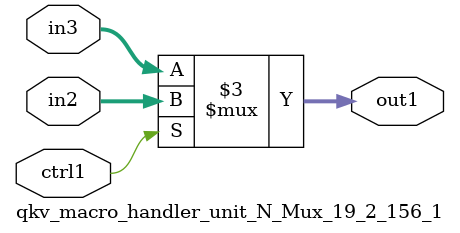
<source format=v>

`timescale 1ps / 1ps


module qkv_macro_handler_unit_N_Mux_19_2_156_1( in3, in2, ctrl1, out1 );

    input [18:0] in3;
    input [18:0] in2;
    input ctrl1;
    output [18:0] out1;
    reg [18:0] out1;

    
    // rtl_process:qkv_macro_handler_unit_N_Mux_19_2_156_1/qkv_macro_handler_unit_N_Mux_19_2_156_1_thread_1
    always @*
      begin : qkv_macro_handler_unit_N_Mux_19_2_156_1_thread_1
        case (ctrl1) 
          1'b1: 
            begin
              out1 = in2;
            end
          default: 
            begin
              out1 = in3;
            end
        endcase
      end

endmodule



</source>
